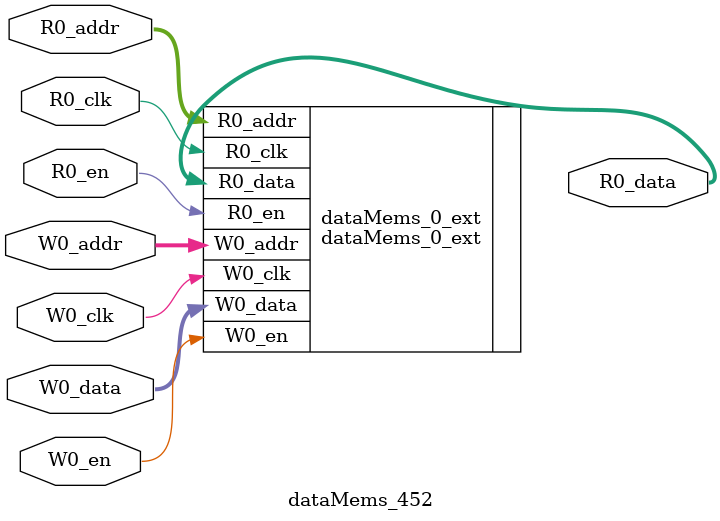
<source format=sv>
`ifndef RANDOMIZE
  `ifdef RANDOMIZE_REG_INIT
    `define RANDOMIZE
  `endif // RANDOMIZE_REG_INIT
`endif // not def RANDOMIZE
`ifndef RANDOMIZE
  `ifdef RANDOMIZE_MEM_INIT
    `define RANDOMIZE
  `endif // RANDOMIZE_MEM_INIT
`endif // not def RANDOMIZE

`ifndef RANDOM
  `define RANDOM $random
`endif // not def RANDOM

// Users can define 'PRINTF_COND' to add an extra gate to prints.
`ifndef PRINTF_COND_
  `ifdef PRINTF_COND
    `define PRINTF_COND_ (`PRINTF_COND)
  `else  // PRINTF_COND
    `define PRINTF_COND_ 1
  `endif // PRINTF_COND
`endif // not def PRINTF_COND_

// Users can define 'ASSERT_VERBOSE_COND' to add an extra gate to assert error printing.
`ifndef ASSERT_VERBOSE_COND_
  `ifdef ASSERT_VERBOSE_COND
    `define ASSERT_VERBOSE_COND_ (`ASSERT_VERBOSE_COND)
  `else  // ASSERT_VERBOSE_COND
    `define ASSERT_VERBOSE_COND_ 1
  `endif // ASSERT_VERBOSE_COND
`endif // not def ASSERT_VERBOSE_COND_

// Users can define 'STOP_COND' to add an extra gate to stop conditions.
`ifndef STOP_COND_
  `ifdef STOP_COND
    `define STOP_COND_ (`STOP_COND)
  `else  // STOP_COND
    `define STOP_COND_ 1
  `endif // STOP_COND
`endif // not def STOP_COND_

// Users can define INIT_RANDOM as general code that gets injected into the
// initializer block for modules with registers.
`ifndef INIT_RANDOM
  `define INIT_RANDOM
`endif // not def INIT_RANDOM

// If using random initialization, you can also define RANDOMIZE_DELAY to
// customize the delay used, otherwise 0.002 is used.
`ifndef RANDOMIZE_DELAY
  `define RANDOMIZE_DELAY 0.002
`endif // not def RANDOMIZE_DELAY

// Define INIT_RANDOM_PROLOG_ for use in our modules below.
`ifndef INIT_RANDOM_PROLOG_
  `ifdef RANDOMIZE
    `ifdef VERILATOR
      `define INIT_RANDOM_PROLOG_ `INIT_RANDOM
    `else  // VERILATOR
      `define INIT_RANDOM_PROLOG_ `INIT_RANDOM #`RANDOMIZE_DELAY begin end
    `endif // VERILATOR
  `else  // RANDOMIZE
    `define INIT_RANDOM_PROLOG_
  `endif // RANDOMIZE
`endif // not def INIT_RANDOM_PROLOG_

// Include register initializers in init blocks unless synthesis is set
`ifndef SYNTHESIS
  `ifndef ENABLE_INITIAL_REG_
    `define ENABLE_INITIAL_REG_
  `endif // not def ENABLE_INITIAL_REG_
`endif // not def SYNTHESIS

// Include rmemory initializers in init blocks unless synthesis is set
`ifndef SYNTHESIS
  `ifndef ENABLE_INITIAL_MEM_
    `define ENABLE_INITIAL_MEM_
  `endif // not def ENABLE_INITIAL_MEM_
`endif // not def SYNTHESIS

module dataMems_452(	// @[generators/ara/src/main/scala/UnsafeAXI4ToTL.scala:365:62]
  input  [4:0]  R0_addr,
  input         R0_en,
  input         R0_clk,
  output [66:0] R0_data,
  input  [4:0]  W0_addr,
  input         W0_en,
  input         W0_clk,
  input  [66:0] W0_data
);

  dataMems_0_ext dataMems_0_ext (	// @[generators/ara/src/main/scala/UnsafeAXI4ToTL.scala:365:62]
    .R0_addr (R0_addr),
    .R0_en   (R0_en),
    .R0_clk  (R0_clk),
    .R0_data (R0_data),
    .W0_addr (W0_addr),
    .W0_en   (W0_en),
    .W0_clk  (W0_clk),
    .W0_data (W0_data)
  );
endmodule


</source>
